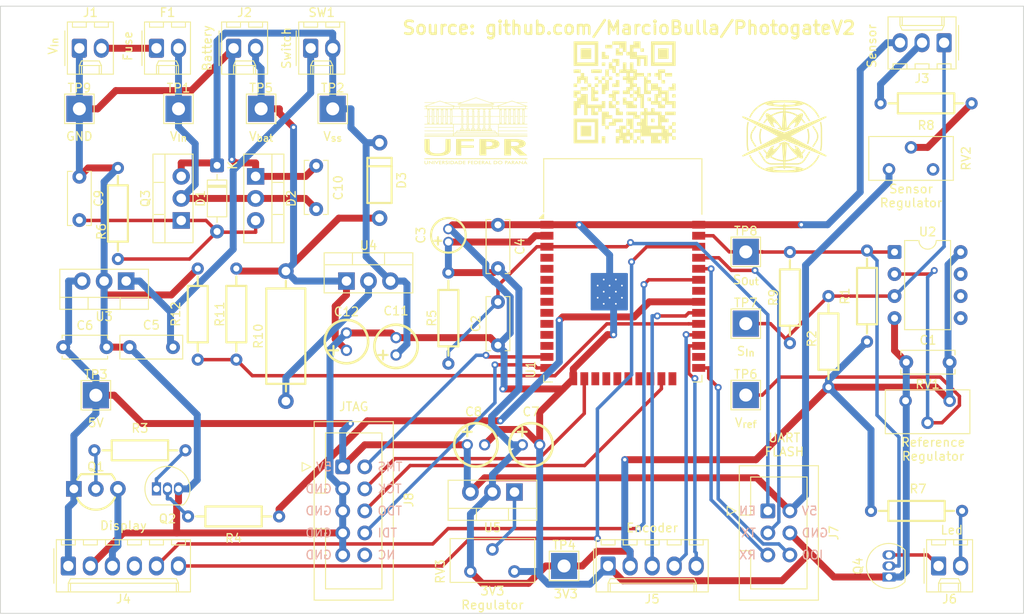
<source format=kicad_pcb>
(kicad_pcb (version 20241229) (generator "pcbnew") (generator_version "9.0")
  (title_block (title "Photogate V2") (rev "1.0"))
  (layers (0 "F.Cu" signal) (2 "B.Cu" signal) (13 "F.Paste" user) (15 "B.Paste" user) (5 "F.SilkS" user "F.Silkscreen") (7 "B.SilkS" user "B.Silkscreen") (1 "F.Mask" user) (3 "B.Mask" user) (25 "Edge.Cuts" user))
  (net 0 "")
  (net 1 "/SENSOR")
  (net 2 "GND")
  (net 3 "/EN")
  (net 4 "VSS")
  (net 5 "+3V3")
  (net 6 "+5V")
  (net 7 "Net-(D1-A)")
  (net 8 "Net-(D2-A)")
  (net 9 "VDC")
  (net 10 "/TX")
  (net 11 "/RX")
  (net 12 "/IO0")
  (net 13 "/TMS")
  (net 14 "/TCK")
  (net 15 "/TDO")
  (net 16 "/TDI")
  (net 17 "Net-(J6-Pin_1)")
  (net 18 "Net-(J3-Pin_2)")
  (net 19 "/SDA")
  (net 20 "/SCL")
  (net 21 "/PWM_5V")
  (net 22 "/SW")
  (net 23 "/DT")
  (net 24 "/CLK")
  (net 25 "/PH_K")
  (net 26 "Net-(J6-Pin_2)")
  (net 27 "Net-(Q1-B)")
  (net 28 "Net-(Q2-B)")
  (net 29 "Net-(Q2-C)")
  (net 30 "/PWM_3V3")
  (net 31 "+8V4")
  (net 32 "VDD")
  (net 33 "Net-(R8-Pad2)")
  (net 34 "Net-(U2A--)")
  (net 36 "Net-(U5-ADJ)")
  (net 37 "Net-(D3-A)")
  (net 47 "/V_bat")
  (footprint "Connector_Molex:Molex_KK-254_AE-6410-02A_1x02_P2.54mm_Vertical" (layer "F.Cu") (at 104.14 69.85)
    (property "Reference" "J1")
    (property "Value" "Conn_01x02")
  )
  (footprint "easyeda2kicad:RES-TH_BD2.3-L6.5-P10.50-D0.5" (layer "F.Cu") (at 200.66 123.19)
    (property "Reference" "R7")
    (property "Value" "10k")
  )
  (footprint "Connector_IDC:IDC-Header_2x03_P2.54mm_Vertical" (layer "F.Cu") (at 183.515 123.19)
    (property "Reference" "J7")
    (property "Value" "Conn_02x03_Odd_Even")
  )
  (footprint "Potentiometer_THT:Potentiometer_Bourns_3386X_Horizontal" (layer "F.Cu") (at 197.485 83.82 90)
    (property "Reference" "RV2")
    (property "Value" "1k")
  )
  (footprint "easyeda2kicad:CAP-TH_BD5.0-P2.00-D0.8-FD" (layer "F.Cu") (at 140.65 104.215 90)
    (property "Reference" "C11")
    (property "Value" "10uF")
  )
  (footprint "easyeda2kicad:DO-41_BD2.4-L4.7-P8.70-D0.9-RD" (layer "F.Cu") (at 138.745 85.09 -90)
    (property "Reference" "D3")
    (property "Value" "1N4001")
  )
  (footprint "Capacitor_THT:C_Disc_D6.0mm_W2.5mm_P5.00mm" (layer "F.Cu") (at 204.475 106.045 180)
    (property "Reference" "C1")
    (property "Value" "100nF")
  )
  (footprint "Package_TO_SOT_THT:TO-220-3_Vertical" (layer "F.Cu") (at 154.305 121.015 180)
    (property "Reference" "U5")
    (property "Value" "LM1117DT-ADJ")
  )
  (footprint "TestPoint:TestPoint_THTPad_3.0x3.0mm_Drill1.5mm" (layer "F.Cu") (at 133.35 76.835)
    (property "Reference" "TP2")
    (property "Value" "TestPoint_Probe")
  )
  (footprint "Capacitor_THT:C_Disc_D6.0mm_W2.5mm_P5.00mm" (layer "F.Cu") (at 104.14 89.665 90)
    (property "Reference" "C9")
    (property "Value" "100nF")
  )
  (footprint "Connector_Molex:Molex_KK-254_AE-6410-02A_1x02_P2.54mm_Vertical" (layer "F.Cu") (at 113.03 69.85)
    (property "Reference" "F1")
    (property "Value" "300mA")
  )
  (footprint "TestPoint:TestPoint_THTPad_3.0x3.0mm_Drill1.5mm" (layer "F.Cu") (at 104.14 76.835)
    (property "Reference" "TP9")
    (property "Value" "TestPoint_Probe")
  )
  (footprint "Capacitor_THT:C_Rect_L7.0mm_W2.5mm_P5.00mm" (layer "F.Cu") (at 114.935 104.31 180)
    (property "Reference" "C5")
    (property "Value" "220nF")
  )
  (footprint "easyeda2kicad:RES-TH_BD2.3-L6.5-P10.50-D0.5" (layer "F.Cu") (at 194.95 98.425 90)
    (property "Reference" "R1")
    (property "Value" "10k")
  )
  (footprint "easyeda2kicad:CAP-TH_BD5.0-P2.00-D0.8-FD" (layer "F.Cu") (at 149.86 115.57)
    (property "Reference" "C8")
    (property "Value" "10uF")
  )
  (footprint "TestPoint:TestPoint_THTPad_3.0x3.0mm_Drill1.5mm" (layer "F.Cu") (at 106.045 109.855)
    (property "Reference" "TP3")
    (property "Value" "TestPoint_Probe")
  )
  (footprint "LOGO" (layer "F.Cu") (at 167.005 74.93)
    (property "Reference" "QRcode git" (hide yes))
    (property "Value" "LOGO3" (hide yes))
  )
  (footprint "Connector_Molex:Molex_KK-254_AE-6410-06A_1x06_P2.54mm_Vertical" (layer "F.Cu") (at 102.87 129.54)
    (property "Reference" "J4")
    (property "Value" "Conn_01x06")
  )
  (footprint "Package_TO_SOT_THT:TO-220-3_Vertical" (layer "F.Cu") (at 115.885 89.705 90)
    (property "Reference" "Q3")
    (property "Value" "IRF4905")
  )
  (footprint "Package_TO_SOT_THT:TO-220-3_Vertical" (layer "F.Cu") (at 124.46 84.625 -90)
    (property "Reference" "D2")
    (property "Value" "TIC106")
  )
  (footprint "easyeda2kicad:RES-TH_BD2.3-L6.5-P10.50-D0.5" (layer "F.Cu") (at 111.125 116.205 180)
    (property "Reference" "R3")
    (property "Value" "1k")
  )
  (footprint "Capacitor_THT:C_Disc_D6.0mm_W2.5mm_P5.00mm" (layer "F.Cu") (at 131.445 88.395 90)
    (property "Reference" "C10")
    (property "Value" "100nF")
  )
  (footprint "TestPoint:TestPoint_THTPad_3.0x3.0mm_Drill1.5mm" (layer "F.Cu") (at 180.975 109.835)
    (property "Reference" "TP6")
    (property "Value" "TestPoint_Probe")
  )
  (footprint "Connector_Molex:Molex_KK-254_AE-6410-02A_1x02_P2.54mm_Vertical" (layer "F.Cu") (at 121.92 69.85)
    (property "Reference" "J2")
    (property "Value" "Conn_01x02")
  )
  (footprint "Connector_Molex:Molex_KK-254_AE-6410-02A_1x02_P2.54mm_Vertical" (layer "F.Cu") (at 203.2 129.54)
    (property "Reference" "J6")
    (property "Value" "Conn_01x02")
  )
  (footprint "easyeda2kicad:CAP-TH_BD5.0-P2.00-D0.8-FD" (layer "F.Cu") (at 134.935 103.675 90)
    (property "Reference" "C12")
    (property "Value" "100uF")
  )
  (footprint "easyeda2kicad:RES-TH_BD2.3-L6.5-P10.50-D0.5" (layer "F.Cu") (at 186.06 98.595 90)
    (property "Reference" "R9")
    (property "Value" "51k")
  )
  (footprint "Package_TO_SOT_THT:TO-220-3_Vertical" (layer "F.Cu") (at 134.935 96.69)
    (property "Reference" "U4")
    (property "Value" "LM1117DT-ADJ")
  )
  (footprint "Connector_Molex:Molex_KK-254_AE-6410-02A_1x02_P2.54mm_Vertical" (layer "F.Cu") (at 130.81 69.85)
    (property "Reference" "SW1")
    (property "Value" "Switch")
  )
  (footprint "TestPoint:TestPoint_THTPad_3.0x3.0mm_Drill1.5mm" (layer "F.Cu") (at 115.57 76.835)
    (property "Reference" "TP1")
    (property "Value" "TestPoint_Probe")
  )
  (footprint "Package_TO_SOT_THT:TO-92_Inline" (layer "F.Cu") (at 113.03 120.65)
    (property "Reference" "Q2")
    (property "Value" "2n2222")
  )
  (footprint "Capacitor_THT:C_Disc_D6.0mm_W2.5mm_P5.00mm" (layer "F.Cu") (at 152.4 95.21 90)
    (property "Reference" "C4")
    (property "Value" "100nF")
  )
  (footprint "easyeda2kicad:RES-TH_BD2.3-L6.5-P10.50-D0.5" (layer "F.Cu") (at 117.79 100.5 90)
    (property "Reference" "R12")
    (property "Value" "6k8")
  )
  (footprint "easyeda2kicad:CAP-TH_BD5.0-P2.00-D0.8-FD" (layer "F.Cu") (at 156.21 115.57)
    (property "Reference" "C7")
    (property "Value" "100uF")
  )
  (footprint "easyeda2kicad:RES-TH_BD4.5-L11.0-P15.00-D0.7" (layer "F.Cu") (at 127.95 103.04 -90)
    (property "Reference" "R10")
    (property "Value" "12")
  )
  (footprint "TestPoint:TestPoint_THTPad_3.0x3.0mm_Drill1.5mm" (layer "F.Cu") (at 125.095 76.835)
    (property "Reference" "TP5")
    (property "Value" "TestPoint_Probe")
  )
  (footprint "easyeda2kicad:RES-TH_BD2.3-L6.5-P10.50-D0.5" (layer "F.Cu") (at 122.235 100.5 -90)
    (property "Reference" "R11")
    (property "Value" "20k")
  )
  (footprint "easyeda2kicad:RES-TH_BD2.3-L6.5-P10.50-D0.5" (layer "F.Cu") (at 201.76 76.2)
    (property "Reference" "R8")
    (property "Value" "150")
  )
  (footprint "easyeda2kicad:RES-TH_BD2.3-L6.5-P10.50-D0.5" (layer "F.Cu") (at 146.685 100.965 -90)
    (property "Reference" "R5")
    (property "Value" "10k")
  )
  (footprint "easyeda2kicad:CAP-TH_BD4.0-P1.50-D0.8-FD" (layer "F.Cu") (at 146.685 91.44 90)
    (property "Reference" "C3")
    (property "Value" "22uF")
  )
  (footprint "Capacitor_THT:C_Disc_D6.0mm_W2.5mm_P5.00mm" (layer "F.Cu") (at 152.4 99.1 -90)
    (property "Reference" "C2")
    (property "Value" "100nF")
  )
  (footprint "Capacitor_THT:C_Disc_D5.0mm_W2.5mm_P5.00mm" (layer "F.Cu") (at 102.275 104.31)
    (property "Reference" "C6")
    (property "Value" "100nF")
  )
  (footprint "Package_TO_SOT_THT:TO-92_Inline" (layer "F.Cu") (at 197.485 130.81 90)
    (property "Reference" "Q4")
    (property "Value" "2N7000")
  )
  (footprint "Potentiometer_THT:Potentiometer_Bourns_3386X_Horizontal" (layer "F.Cu") (at 149.225 130.175 90)
    (property "Reference" "RV3")
    (property "Value" "1k")
  )
  (footprint "easyeda2kicad:TO-92-3_L4.8-W3.7-P2.54-R" (layer "F.Cu") (at 106.045 120.65 180)
    (property "Reference" "Q1")
    (property "Value" "2N2907")
  )
  (footprint "Package_DIP:DIP-8_W7.62mm" (layer "F.Cu") (at 198.125 93.345)
    (property "Reference" "U2")
    (property "Value" "LM393")
  )
  (footprint "TestPoint:TestPoint_THTPad_3.0x3.0mm_Drill1.5mm" (layer "F.Cu") (at 180.975 93.325)
    (property "Reference" "TP8")
    (property "Value" "TestPoint_Probe")
  )
  (footprint "Package_TO_SOT_THT:TO-220-3_Vertical" (layer "F.Cu") (at 109.535 96.69 180)
    (property "Reference" "U3")
    (property "Value" "LM7805_TO220")
  )
  (footprint "Connector_Molex:Molex_KK-254_AE-6410-05A_1x05_P2.54mm_Vertical" (layer "F.Cu") (at 165.1 129.54)
    (property "Reference" "J5")
    (property "Value" "Conn_01x05")
  )
  (footprint "Diode_THT:D_DO-35_SOD27_P7.62mm_Horizontal" (layer "F.Cu") (at 120.015 83.355 -90)
    (property "Reference" "D1")
    (property "Value" "13V")
  )
  (footprint "RF_Module:ESP32-WROOM-32D" (layer "F.Cu") (at 166.795 98.445)
    (property "Reference" "U1")
    (property "Value" "ESP32-WROOM-32D")
  )
  (footprint "TestPoint:TestPoint_THTPad_3.0x3.0mm_Drill1.5mm" (layer "F.Cu") (at 160.02 129.54)
    (property "Reference" "TP4")
    (property "Value" "TestPoint_Probe")
  )
  (footprint "easyeda2kicad:RES-TH_BD2.3-L6.5-P10.50-D0.5" (layer "F.Cu") (at 108.585 88.9 90)
    (property "Reference" "R6")
    (property "Value" "1k")
  )
  (footprint "easyeda2kicad:RES-TH_BD2.3-L6.5-P10.50-D0.5" (layer "F.Cu") (at 190.505 103.675 90)
    (property "Reference" "R2")
    (property "Value" "10k")
  )
  (footprint "Connector_Molex:Molex_KK-254_AE-6410-03A_1x03_P2.54mm_Vertical" (layer "F.Cu") (at 203.835 69.215 180)
    (property "Reference" "J3")
    (property "Value" "Conn_01x03")
  )
  (footprint "Connector_IDC:IDC-Header_2x05_P2.54mm_Vertical" (layer "F.Cu") (at 134.5025 118.11)
    (property "Reference" "J8")
    (property "Value" "Conn_02x05_Odd_Even")
  )
  (footprint "Potentiometer_THT:Potentiometer_Bourns_3386X_Horizontal" (layer "F.Cu") (at 204.475 110.49 -90)
    (property "Reference" "RV1")
    (property "Value" "10k")
  )
  (footprint "LOGO" (layer "F.Cu") (at 185.42 80.01)
    (property "Reference" "logo2" (hide yes))
    (property "Value" "Lorxi" (hide yes))
  )
  (footprint "TestPoint:TestPoint_THTPad_3.0x3.0mm_Drill1.5mm" (layer "F.Cu") (at 180.975 101.6)
    (property "Reference" "TP7")
    (property "Value" "TestPoint_Probe")
  )
  (footprint "easyeda2kicad:RES-TH_BD2.3-L6.5-P10.50-D0.5" (layer "F.Cu") (at 121.92 123.825 180)
    (property "Reference" "R4")
    (property "Value" "1k")
  )
  (footprint "LOGO" (layer "F.Cu") (at 149.86 79.375)
    (property "Reference" "logo1" (hide yes))
    (property "Value" "UFPR" (hide yes))
  )
  (gr_rect (start 95.04 65) (end 213 135) (stroke (width 0.1)) (fill no) (layer "Edge.Cuts"))
  (gr_text "Reference\nRegulator" (at 202.57 117.475 0) (layer "F.SilkS") (effects (font (size 1 1)) (justify bottom)))
  (gr_text "5V" (at 106.045 113.03 0) (layer "F.SilkS") (effects (font (size 1 1))))
  (gr_text "V_{ref}" (at 180.975 113.01 0) (layer "F.SilkS") (effects (font (size 1 1))))
  (gr_text "S_{Out}" (at 180.975 96.54 0) (layer "F.SilkS") (effects (font (size 1 1))))
  (gr_text "V_{In}" (at 115.57 80.01 0) (layer "F.SilkS") (effects (font (size 1 1))))
  (gr_text "Display" (at 109.22 125.476 0) (layer "F.SilkS") (effects (font (size 1 1)) (justify bottom)))
  (gr_text "GND" (at 104.14 80.01 0) (layer "F.SilkS") (effects (font (size 1 1))))
  (gr_text "Sensor\nRegulator" (at 200.025 88.265 0) (layer "F.SilkS") (effects (font (size 1 1)) (justify bottom)))
  (gr_text "V_{bat}" (at 125.095 80.01 0) (layer "F.SilkS") (effects (font (size 1 1))))
  (gr_text "Fuse" (at 109.728 69.596 90) (layer "F.SilkS") (effects (font (size 1 1))))
  (gr_text "Sensor" (at 196.088 69.596 90) (layer "F.SilkS") (effects (font (size 1 1)) (justify bottom)))
  (gr_text "Switch" (at 128.016 69.83 90) (layer "F.SilkS") (effects (font (size 1 1))))
  (gr_text "Battery" (at 118.872 69.83 90) (layer "F.SilkS") (effects (font (size 1 1))))
  (gr_text "V_{ss}" (at 133.35 80.01 0) (layer "F.SilkS") (effects (font (size 1 1))))
  (gr_text "V_{In}" (at 101.092 69.596 90) (layer "F.SilkS") (effects (font (size 1 1))))
  (gr_text "JTAG" (at 135.7725 111.76 0) (layer "F.SilkS") (effects (font (size 1 1)) (justify bottom)))
  (gr_text "UART\nFLASH" (at 185.42 115.57 0) (layer "F.SilkS") (effects (font (size 1 1))))
  (gr_text "Source: github.com/MarcioBulla/PhotogateV2" (at 167.5 67.5 0) (layer "F.SilkS") (effects (font (size 1.5 1.5) (thickness 0.3) (bold yes))))
  (gr_text "3V3\nRegulator" (at 151.765 134.62 0) (layer "F.SilkS") (effects (font (size 1 1)) (justify bottom)))
  (gr_text "Encoder" (at 170.18 125.73 0) (layer "F.SilkS") (effects (font (size 1 1)) (justify bottom)))
  (gr_text "3V3" (at 158.75 133.35 0) (layer "F.SilkS") (effects (font (size 1 1)) (justify left bottom)))
  (gr_text "Led" (at 204.724 125.984 0) (layer "F.SilkS") (effects (font (size 1 1)) (justify bottom)))
  (gr_text "S_{In}" (at 180.975 104.775 0) (layer "F.SilkS") (effects (font (size 1 1))))
  (gr_text "TMS" (at 138.43 118.11 0) (layer "B.SilkS") (effects (font (size 1 1)) (justify right mirror)))
  (gr_text "EN" (at 182.245 123.19 0) (layer "B.SilkS") (effects (font (size 1 1)) (justify left mirror)))
  (gr_text "5V" (at 133.35 118.11 0) (layer "B.SilkS") (effects (font (size 1 1)) (justify left mirror)))
  (gr_text "GND" (at 133.35 120.65 0) (layer "B.SilkS") (effects (font (size 1 1)) (justify left mirror)))
  (gr_text "GND" (at 187.325 125.73 0) (layer "B.SilkS") (effects (font (size 1 1)) (justify right mirror)))
  (gr_text "RX" (at 182.245 128.27 0) (layer "B.SilkS") (effects (font (size 1 1)) (justify left mirror)))
  (gr_text "TCK" (at 138.43 120.65 0) (layer "B.SilkS") (effects (font (size 1 1)) (justify right mirror)))
  (gr_text "TDI" (at 138.43 125.73 0) (layer "B.SilkS") (effects (font (size 1 1)) (justify right mirror)))
  (gr_text "GND" (at 133.35 128.27 0) (layer "B.SilkS") (effects (font (size 1 1)) (justify left mirror)))
  (gr_text "5V" (at 187.325 123.19 0) (layer "B.SilkS") (effects (font (size 1 1)) (justify right mirror)))
  (gr_text "TX" (at 182.245 125.73 0) (layer "B.SilkS") (effects (font (size 1 1)) (justify left mirror)))
  (gr_text "GND" (at 133.35 123.19 0) (layer "B.SilkS") (effects (font (size 1 1)) (justify left mirror)))
  (gr_text "NC" (at 138.43 128.27 0) (layer "B.SilkS") (effects (font (size 1 1)) (justify right mirror)))
  (gr_text "GND" (at 133.35 125.73 0) (layer "B.SilkS") (effects (font (size 1 1)) (justify left mirror)))
  (gr_text "TDO" (at 138.43 123.19 0) (layer "B.SilkS") (effects (font (size 1 1)) (justify right mirror)))
  (gr_text "IO0" (at 187.325 128.27 0) (layer "B.SilkS") (effects (font (size 1 1)) (justify right mirror)))
  (segment (start 177.2133 91.465) (end 179.0733 93.325) (width 0.4) (layer "F.Cu") (net 1))
  (segment (start 180.975 93.325) (end 179.0733 93.325) (width 0.4) (layer "F.Cu") (net 1))
  (segment (start 175.545 91.465) (end 177.2133 91.465) (width 0.4) (layer "F.Cu") (net 1))
  (segment (start 180.975 93.325) (end 182.8767 93.325) (width 0.4) (layer "F.Cu") (net 1))
  (segment (start 198.125 93.345) (end 195.12 93.345) (width 0.4) (layer "F.Cu") (net 1))
  (segment (start 182.8967 93.345) (end 186.06 93.345) (width 0.4) (layer "F.Cu") (net 1))
  (segment (start 186.06 93.345) (end 194.78 93.345) (width 0.4) (layer "F.Cu") (net 1))
  (segment (start 195.12 93.345) (end 194.95 93.175) (width 0.4) (layer "F.Cu") (net 1))
  (segment (start 182.8767 93.325) (end 182.8967 93.345) (width 0.4) (layer "F.Cu") (net 1))
  (segment (start 194.78 93.345) (end 194.95 93.175) (width 0.4) (layer "F.Cu") (net 1))
  (segment (start 196.1041 94.3291) (end 194.95 93.175) (width 0.4) (layer "B.Cu") (net 1))
  (segment (start 196.1041 112.1511) (end 196.1041 94.3291) (width 0.4) (layer "B.Cu") (net 1))
  (segment (start 198.6367 114.6837) (end 196.1041 112.1511) (width 0.4) (layer "B.Cu") (net 1))
  (segment (start 198.6367 129.54) (end 198.6367 114.6837) (width 0.4) (layer "B.Cu") (net 1))
  (segment (start 197.485 129.54) (end 198.6367 129.54) (width 0.4) (layer "B.Cu") (net 1))
  (segment (start 157.21 115.57) (end 157.21 111.83) (width 0.8) (layer "F.Cu") (net 2))
  (segment (start 175.545 90.195) (end 158.045 90.195) (width 0.8) (layer "F.Cu") (net 2))
  (segment (start 161.085 107.955) (end 161.085 106.823) (width 0.8) (layer "F.Cu") (net 2))
  (segment (start 121.92 69.85) (end 117.0367 74.7333) (width 0.8) (layer "F.Cu") (net 2))
  (segment (start 122.1174 83.0708) (end 121.7171 82.6705) (width 0.8) (layer "F.Cu") (net 2))
  (segment (start 115.3561 122.3552) (end 115.57 122.1413) (width 0.8) (layer "F.Cu") (net 2))
  (segment (start 117.0367 74.7333) (end 108.3434 74.7333) (width 0.8) (layer "F.Cu") (net 2))
  (segment (start 134.935 102.675) (end 140.11 102.675) (width 0.8) (layer "F.Cu") (net 2))
  (segment (start 124.46 84.625) (end 130.215 84.625) (width 0.8) (layer "F.Cu") (net 2))
  (segment (start 115.57 122.1413) (end 115.57 120.65) (width 0.8) (layer "F.Cu") (net 2))
  (segment (start 108.585 83.65) (end 105.155 83.65) (width 0.8) (layer "F.Cu") (net 2))
  (segment (start 104.14 76.835) (end 106.2417 76.835) (width 0.8) (layer "F.Cu") (net 2))
  (segment (start 199.475 106.045) (end 198.125 104.695) (width 0.8) (layer "F.Cu") (net 2))
  (segment (start 115.3561 125.73) (end 134.5025 125.73) (width 0.8) (layer "F.Cu") (net 2))
  (segment (start 161.085 106.823) (end 165.038 102.87) (width 0.8) (layer "F.Cu") (net 2))
  (segment (start 105.155 83.65) (end 104.14 84.665) (width 0.8) (layer "F.Cu") (net 2))
  (segment (start 105.41 129.54) (end 109.22 125.73) (width 0.8) (layer "F.Cu") (net 2))
  (segment (start 152.9607 109.1277) (end 159.9123 109.1277) (width 0.8) (layer "F.Cu") (net 2))
  (segment (start 115.3561 125.73) (end 115.3561 122.3552) (width 0.8) (layer "F.Cu") (net 2))
  (segment (start 106.995 96.69) (end 106.995 98.2917) (width 0.8) (layer "F.Cu") (net 2))
  (segment (start 117.79 95.25) (end 114.7483 98.2917) (width 0.8) (layer "F.Cu") (net 2))
  (segment (start 124.46 83.0708) (end 122.1174 83.0708) (width 0.8) (layer "F.Cu") (net 2))
  (segment (start 151.515 103.215) (end 140.65 103.215) (width 0.8) (layer "F.Cu") (net 2))
  (segment (start 165.038 102.87) (end 165.735 102.87) (width 0.8) (layer "F.Cu") (net 2))
  (segment (start 108.3434 74.7333) (end 106.2417 76.835) (width 0.8) (layer "F.Cu") (net 2))
  (segment (start 188.3569 128.0319) (end 191.135 130.81) (width 0.8) (layer "F.Cu") (net 2))
  (segment (start 124.46 84.625) (end 124.46 83.0708) (width 0.8) (layer "F.Cu") (net 2))
  (segment (start 140.11 102.675) (end 140.65 103.215) (width 0.8) (layer "F.Cu") (net 2))
  (segment (start 152.415 90.195) (end 152.4 90.21) (width 0.8) (layer "F.Cu") (net 2))
  (segment (start 147.165 90.21) (end 146.685 90.69) (width 0.8) (layer "F.Cu") (net 2))
  (segment (start 157.21 111.83) (end 161.085 107.955) (width 0.8) (layer "F.Cu") (net 2))
  (segment (start 109.22 125.73) (end 115.3561 125.73) (width 0.8) (layer "F.Cu") (net 2))
  (segment (start 187.3794 90.195) (end 175.545 90.195) (width 0.8) (layer "F.Cu") (net 2))
  (segment (start 130.215 84.625) (end 131.445 83.395) (width 0.8) (layer "F.Cu") (net 2))
  (segment (start 152.6283 113.8017) (end 150.86 115.57) (width 0.8) (layer "F.Cu") (net 2))
  (segment (start 157.21 115.57) (end 155.4417 113.8017) (width 0.8) (layer "F.Cu") (net 2))
  (segment (start 191.135 130.81) (end 197.485 130.81) (width 0.8) (layer "F.Cu") (net 2))
  (segment (start 185.1512 131.2376) (end 166.7976 131.2376) (width 0.8) (layer "F.Cu") (net 2))
  (segment (start 158.045 90.195) (end 152.415 90.195) (width 0.8) (layer "F.Cu") (net 2))
  (segment (start 155.4417 113.8017) (end 152.6283 113.8017) (width 0.8) (layer "F.Cu") (net 2))
  (segment (start 166.7976 131.2376) (end 165.1 129.54) (width 0.8) (layer "F.Cu") (net 2))
  (segment (start 198.125 104.695) (end 198.125 100.965) (width 0.8) (layer "F.Cu") (net 2))
  (segment (start 188.3569 128.0319) (end 185.1512 131.2376) (width 0.8) (layer "F.Cu") (net 2))
  (segment (start 152.4 104.1) (end 151.515 103.215) (width 0.8) (layer "F.Cu") (net 2))
  (segment (start 186.055 125.73) (end 188.3569 128.0319) (width 0.8) (layer "F.Cu") (net 2))
  (segment (start 107.275 104.31) (end 109.935 104.31) (width 0.8) (layer "F.Cu") (net 2))
  (segment (start 152.4 90.21) (end 147.165 90.21) (width 0.8) (layer "F.Cu") (net 2))
  (segment (start 114.7483 98.2917) (end 106.995 98.2917) (width 0.8) (layer "F.Cu") (net 2))
  (via (at 161.7726 90.195) (size 0.8) (drill 0.4) (layers "F.Cu" "B.Cu") (net 2))
  (via (at 165.735 102.87) (size 0.8) (drill 0.4) (layers "F.Cu" "B.Cu") (net 2))
  (via (at 121.7171 82.6705) (size 0.8) (drill 0.4) (layers "F.Cu" "B.Cu") (net 2))
  (via (at 187.3794 90.195) (size 0.8) (drill 0.4) (layers "F.Cu" "B.Cu") (net 2))
  (via (at 152.9607 109.1277) (size 0.8) (drill 0.4) (layers "F.Cu" "B.Cu") (net 2))
  (segment (start 153.1065 108.9819) (end 152.9607 109.1277) (width 0.8) (layer "B.Cu") (net 2))
  (segment (start 152.0836 96.8012) (end 153.812 98.5296) (width 0.8) (layer "B.Cu") (net 2))
  (segment (start 157.21 130.175) (end 154.305 130.175) (width 0.8) (layer "B.Cu") (net 2))
  (segment (start 194.1665 86.4314) (end 190.4029 90.195) (width 0.8) (layer "B.Cu") (net 2))
  (segment (start 161.7726 90.195) (end 165.2778 93.7002) (width 0.8) (layer "B.Cu") (net 2))
  (segment (start 106.995 96.69) (end 106.995 85.24) (width 0.8) (layer "B.Cu") (net 2))
  (segment (start 194.1665 72.3318) (end 194.1665 86.4314) (width 0.8) (layer "B.Cu") (net 2))
  (segment (start 199.475 109.1368) (end 199.475 106.045) (width 0.8) (layer "B.Cu") (net 2))
  (segment (start 153.812 98.5296) (end 153.812 102.688) (width 0.8) (layer "B.Cu") (net 2))
  (segment (start 109.935 104.31) (end 117.732 112.107) (width 0.8) (layer "B.Cu") (net 2))
  (segment (start 107.275 104.31) (end 106.995 104.03) (width 0.8) (layer "B.Cu") (net 2))
  (segment (start 157.21 130.175) (end 157.21 115.57) (width 0.8) (layer "B.Cu") (net 2))
  (segment (start 146.685 90.69) (end 146.9285 90.69) (width 0.8) (layer "B.Cu") (net 2))
  (segment (start 153.812 102.688) (end 152.4 104.1) (width 0.8) (layer "B.Cu") (net 2))
  (segment (start 134.5025 120.65) (end 133.0388 119.1863) (width 0.8) (layer "B.Cu") (net 2))
  (segment (start 117.732 112.107) (end 117.732 119.6147) (width 0.8) (layer "B.Cu") (net 2))
  (segment (start 133.0388 119.1863) (end 133.0388 104.5712) (width 0.8) (layer "B.Cu") (net 2))
  (segment (start 121.7171 70.0529) (end 121.92 69.85) (width 0.8) (layer "B.Cu") (net 2))
  (segment (start 197.485 130.81) (end 198.8367 130.81) (width 0.8) (layer "B.Cu") (net 2))
  (segment (start 158.2075 131.6417) (end 157.21 130.6442) (width 0.8) (layer "B.Cu") (net 2))
  (segment (start 104.14 69.85) (end 104.14 76.835) (width 0.8) (layer "B.Cu") (net 2))
  (segment (start 198.755 69.215) (end 197.2833 69.215) (width 0.8) (layer "B.Cu") (net 2))
  (segment (start 134.5025 120.65) (end 134.5025 123.19) (width 0.8) (layer "B.Cu") (net 2))
  (segment (start 121.7171 82.6705) (end 121.7171 70.0529) (width 0.8) (layer "B.Cu") (net 2))
  (segment (start 165.2778 93.7002) (end 165.2778 96.52) (width 0.8) (layer "B.Cu") (net 2))
  (segment (start 134.5025 123.19) (end 134.5025 125.73) (width 0.8) (layer "B.Cu") (net 2))
  (segment (start 151.9885 96.8012) (end 152.0836 96.8012) (width 0.8) (layer "B.Cu") (net 2))
  (segment (start 133.0388 104.5712) (end 134.935 102.675) (width 0.8) (layer "B.Cu") (net 2))
  (segment (start 146.9285 90.69) (end 150.9983 94.7598) (width 0.8) (layer "B.Cu") (net 2))
  (segment (start 150.9983 94.7598) (end 150.9983 95.811) (width 0.8) (layer "B.Cu") (net 2))
  (segment (start 165.1 129.54) (end 162.9983 131.6417) (width 0.8) (layer "B.Cu") (net 2))
  (segment (start 117.732 119.6147) (end 116.6967 120.65) (width 0.8) (layer "B.Cu") (net 2))
  (segment (start 134.5025 125.73) (end 134.5025 128.27) (width 0.8) (layer "B.Cu") (net 2))
  (segment (start 199.395 110.49) (end 199.475 110.41) (width 0.8) (layer "B.Cu") (net 2))
  (segment (start 104.14 84.665) (end 104.14 76.835) (width 0.8) (layer "B.Cu") (net 2))
  (segment (start 153.1065 104.8065) (end 153.1065 108.9819) (width 0.8) (layer "B.Cu") (net 2))
  (segment (start 106.995 85.24) (end 108.585 83.65) (width 0.8) (layer "B.Cu") (net 2))
  (segment (start 199.475 109.1368) (end 199.475 130.1717) (width 0.8) (layer "B.Cu") (net 2))
  (segment (start 199.475 130.1717) (end 198.8367 130.81) (width 0.8) (layer "B.Cu") (net 2))
  (segment (start 152.4 104.1) (end 153.1065 104.8065) (width 0.8) (layer "B.Cu") (net 2))
  (segment (start 190.4029 90.195) (end 187.3794 90.195) (width 0.8) (layer "B.Cu") (net 2))
  (segment (start 157.21 130.6442) (end 157.21 130.175) (width 0.8) (layer "B.Cu") (net 2))
  (segment (start 199.475 110.41) (end 199.475 109.1368) (width 0.8) (layer "B.Cu") (net 2))
  (segment (start 150.9983 95.811) (end 151.9885 96.8012) (width 0.8) (layer "B.Cu") (net 2))
  (segment (start 115.57 120.65) (end 116.6967 120.65) (width 0.8) (layer "B.Cu") (net 2))
  (segment (start 197.2833 69.215) (end 194.1665 72.3318) (width 0.8) (layer "B.Cu") (net 2))
  (segment (start 162.9983 131.6417) (end 158.2075 131.6417) (width 0.8) (layer "B.Cu") (net 2))
  (segment (start 106.995 104.03) (end 106.995 96.69) (width 0.8) (layer "B.Cu") (net 2))
  (segment (start 165.735 102.87) (end 165.735 99.8474) (width 0.8) (layer "B.Cu") (net 2))
  (segment (start 152.4 97.2283) (end 156.8933 92.735) (width 0.4) (layer "F.Cu") (net 3))
  (segment (start 158.045 92.735) (end 167.191 92.735) (width 0.4) (layer "F.Cu") (net 3))
  (segment (start 158.045 92.735) (end 156.8933 92.735) (width 0.4) (layer "F.Cu") (net 3))
  (segment (start 167.191 92.735) (end 167.6823 92.2437) (width 0.4) (layer "F.Cu") (net 3))
  (segment (start 152.4 99.1) (end 152.4 97.2283) (width 0.4) (layer "F.Cu") (net 3))
  (via (at 167.6823 92.2437) (size 0.8) (drill 0.4) (layers "F.Cu" "B.Cu") (net 3))
  (segment (start 175.3109 92.3675) (end 167.806 92.3675) (width 0.4) (layer "B.Cu") (net 3))
  (segment (start 146.685 104.815) (end 146.685 106.215) (width 0.4) (layer "B.Cu") (net 3))
  (segment (start 167.806 92.3675) (end 167.806 92.3674) (width 0.4) (layer "B.Cu") (net 3))
  (segment (start 183.515 100.5716) (end 175.3109 92.3675) (width 0.4) (layer "B.Cu") (net 3))
  (segment (start 152.4 99.1) (end 146.685 104.815) (width 0.4) (layer "B.Cu") (net 3))
  (segment (start 183.515 123.19) (end 183.515 100.5716) (width 0.4) (layer "B.Cu") (net 3))
  (segment (start 167.806 92.3674) (end 167.6823 92.2437) (width 0.4) (layer "B.Cu") (net 3))
  (segment (start 120.015 83.355) (end 119.7308 83.0708) (width 0.8) (layer "F.Cu") (net 4))
  (segment (start 115.885 84.625) (end 115.885 83.0708) (width 0.8) (layer "F.Cu") (net 4))
  (segment (start 119.7308 83.0708) (end 115.885 83.0708) (width 0.8) (layer "F.Cu") (net 4))
  (segment (start 133.35 68.1533) (end 133.3031 68.1064) (width 0.8) (layer "B.Cu") (net 4))
  (segment (start 138.745 80.74) (end 137.2013 80.74) (width 0.8) (layer "B.Cu") (net 4))
  (segment (start 120.9433 68.1064) (end 120.015 69.0347) (width 0.8) (layer "B.Cu") (net 4))
  (segment (start 120.015 69.0347) (end 120.015 83.355) (width 0.8) (layer "B.Cu") (net 4))
  (segment (start 137.2013 80.74) (end 137.2013 93.8763) (width 0.8) (layer "B.Cu") (net 4))
  (segment (start 137.2013 93.8763) (end 140.015 96.69) (width 0.8) (layer "B.Cu") (net 4))
  (segment (start 133.3031 68.1064) (end 120.9433 68.1064) (width 0.8) (layer "B.Cu") (net 4))
  (segment (start 141.9084 103.9566) (end 140.65 105.215) (width 0.8) (layer "B.Cu") (net 4))
  (segment (start 141.9084 97.0292) (end 141.9084 103.9566) (width 0.8) (layer "B.Cu") (net 4))
  (segment (start 140.015 96.69) (end 141.5692 96.69) (width 0.8) (layer "B.Cu") (net 4))
  (segment (start 133.35 76.835) (end 133.35 69.85) (width 0.8) (layer "B.Cu") (net 4))
  (segment (start 135.4517 78.9904) (end 135.4517 76.835) (width 0.8) (layer "B.Cu") (net 4))
  (segment (start 137.2013 80.74) (end 135.4517 78.9904) (width 0.8) (layer "B.Cu") (net 4))
  (segment (start 141.5692 96.69) (end 141.9084 97.0292) (width 0.8) (layer "B.Cu") (net 4))
  (segment (start 133.35 69.85) (end 133.35 68.1533) (width 0.8) (layer "B.Cu") (net 4))
  (segment (start 133.35 76.835) (end 135.4517 76.835) (width 0.8) (layer "B.Cu") (net 4))
  (segment (start 146.685 92.19) (end 155.9683 92.19) (width 0.8) (layer "F.Cu") (net 5))
  (segment (start 158.045 91.465) (end 156.6933 91.465) (width 0.8) (layer "F.Cu") (net 5))
  (segment (start 190.505 108.925) (end 182.1426 117.2874) (width 0.8) (layer "F.Cu") (net 5))
  (segment (start 202.91 108.925) (end 190.505 108.925) (width 0.8) (layer "F.Cu") (net 5))
  (segment (start 204.475 110.49) (end 202.91 108.925) (width 0.8) (layer "F.Cu") (net 5))
  (segment (start 155.9683 92.19) (end 156.6933 91.465) (width 0.8) (layer "F.Cu") (net 5))
  (segment (start 151.895 95.715) (end 152.4 95.21) (width 0.8) (layer "F.Cu") (net 5))
  (segment (start 150.5905 131.5405) (end 149.225 130.175) (width 0.8) (layer "F.Cu") (net 5))
  (segment (start 157.9183 129.54) (end 155.9178 131.5405) (width 0.8) (layer "F.Cu") (net 5))
  (segment (start 146.685 95.715) (end 151.895 95.715) (width 0.8) (layer "F.Cu") (net 5))
  (segment (start 160.02 129.54) (end 157.9183 129.54) (width 0.8) (layer "F.Cu") (net 5))
  (segment (start 167.6373 127.8406) (end 163.8211 127.8406) (width 0.8) (layer "F.Cu") (net 5))
  (segment (start 182.1426 117.2874) (end 167.021 117.2874) (width 0.8) (layer "F.Cu") (net 5))
  (segment (start 161.0709 129.54) (end 162.1217 129.54) (width 0.8) (layer "F.Cu") (net 5))
  (segment (start 167.64 129.54) (end 167.64 127.8433) (width 0.8) (layer "F.Cu") (net 5))
  (segment (start 167.64 127.8433) (end 167.6373 127.8406) (width 0.8) (layer "F.Cu") (net 5))
  (segment (start 155.9178 131.5405) (end 150.5905 131.5405) (width 0.8) (layer "F.Cu") (net 5))
  (segment (start 163.8211 127.8406) (end 162.1217 129.54) (width 0.8) (layer "F.Cu") (net 5))
  (segment (start 161.0709 129.54) (end 160.02 129.54) (width 0.8) (layer "F.Cu") (net 5))
  (via (at 167.021 117.2874) (size 0.8) (drill 0.4) (layers "F.Cu" "B.Cu") (net 5))
  (segment (start 195.41 123.19) (end 195.41 113.83) (width 0.8) (layer "B.Cu") (net 5))
  (segment (start 204.2941 94.7959) (end 204.2941 105.8641) (width 0.8) (layer "B.Cu") (net 5))
  (segment (start 153.972 115.57) (end 151.6678 113.2658) (width 0.8) (layer "B.Cu") (net 5))
  (segment (start 146.685 95.715) (end 146.685 92.19) (width 0.8) (layer "B.Cu") (net 5))
  (segment (start 151.6678 112.3209) (end 154.8137 109.175) (width 0.8) (layer "B.Cu") (net 5))
  (segment (start 151.765 119.015) (end 151.765 121.015) (width 0.8) (layer "B.Cu") (net 5))
  (segment (start 154.8137 109.175) (end 154.8137 97.6237) (width 0.8) (layer "B.Cu") (net 5))
  (segment (start 167.021 127.2243) (end 167.64 127.8433) (width 0.8) (layer "B.Cu") (net 5))
  (segment (start 167.021 117.2874) (end 167.021 127.2243) (width 0.8) (layer "B.Cu") (net 5))
  (segment (start 195.41 113.83) (end 190.505 108.925) (width 0.8) (layer "B.Cu") (net 5))
  (segment (start 155.21 115.57) (end 153.972 115.57) (width 0.8) (layer "B.Cu") (net 5))
  (segment (start 149.225 130.175) (end 149.225 123.555) (width 0.8) (layer "B.Cu") (net 5))
  (segment (start 205.745 93.345) (end 204.2941 94.7959) (width 0.8) (layer "B.Cu") (net 5))
  (segment (start 204.475 110.49) (end 204.475 106.045) (width 0.8) (layer "B.Cu") (net 5))
  (segment (start 190.505 108.12) (end 190.505 108.925) (width 0.8) (layer "B.Cu") (net 5))
  (segment (start 167.64 129.54) (end 167.64 127.8433) (width 0.8) (layer "B.Cu") (net 5))
  (segment (start 151.6678 113.2658) (end 151.6678 112.3209) (width 0.8) (layer "B.Cu") (net 5))
  (segment (start 154.8137 97.6237) (end 152.4 95.21) (width 0.8) (layer "B.Cu") (net 5))
  (segment (start 149.225 123.555) (end 151.765 121.015) (width 0.8) (layer "B.Cu") (net 5))
  (segment (start 204.2941 105.8641) (end 204.475 106.045) (width 0.8) (layer "B.Cu") (net 5))
  (segment (start 194.95 103.675) (end 190.505 108.12) (width 0.8) (layer "B.Cu") (net 5))
  (segment (start 155.21 115.57) (end 151.765 119.015) (width 0.8) (layer "B.Cu") (net 5))
  (segment (start 106.045 109.855) (end 108.1467 109.855) (width 0.8) (layer "F.Cu") (net 6))
  (segment (start 148.86 115.57) (end 137.0425 115.57) (width 0.8) (layer "F.Cu") (net 6))
  (segment (start 111.4093 113.1176) (end 108.1467 109.855) (width 0.8) (layer "F.Cu") (net 6))
  (segment (start 149.225 121.015) (end 150.8652 119.3748) (width 0.8) (layer "F.Cu") (net 6))
  (segment (start 137.0425 115.57) (end 134.5025 118.11) (width 0.8) (layer "F.Cu") (net 6))
  (segment (start 135.3942 113.1176) (end 111.4093 113.1176) (width 0.8) (layer "F.Cu") (net 6))
  (segment (start 150.8652 119.3748) (end 182.2398 119.3748) (width 0.8) (layer "F.Cu") (net 6))
  (segment (start 182.2398 119.3748) (end 186.055 123.19) (width 0.8) (layer "F.Cu") (net 6))
  (via (at 135.3942 113.1176) (size 0.8) (drill 0.4) (layers "F.Cu" "B.Cu") (net 6))
  (segment (start 103.505 121.2129) (end 103.505 120.65) (width 0.8) (layer "B.Cu") (net 6))
  (segment (start 134.5025 114.0093) (end 135.3942 113.1176) (width 0.8) (layer "B.Cu") (net 6))
  (segment (start 106.045 109.855) (end 106.045 107.7533) (width 0.8) (layer "B.Cu") (net 6))
  (segment (start 134.5025 118.11) (end 134.5025 114.0093) (width 0.8) (layer "B.Cu") (net 6))
  (segment (start 148.86 115.57) (end 148.86 120.65) (width 0.8) (layer "B.Cu") (net 6))
  (segment (start 102.9008 103.6842) (end 102.275 104.31) (width 0.8) (layer "B.Cu") (net 6))
  (segment (start 197.485 85.2366) (end 197.485 83.82) (width 0.8) (layer "B.Cu") (net 6))
  (segment (start 187.8629 121.3821) (end 187.8629 94.8587) (width 0.8) (layer "B.Cu") (net 6))
  (segment (start 187.8629 94.8587) (end 197.485 85.2366) (width 0.8) (layer "B.Cu") (net 6))
  (segment (start 148.86 120.65) (end 149.225 121.015) (width 0.8) (layer "B.Cu") (net 6))
  (segment (start 103.505 120.65) (end 103.505 114.4967) (width 0.8) (layer "B.Cu") (net 6))
  (segment (start 102.87 129.54) (end 102.87 122.7867) (width 0.8) (layer "B.Cu") (net 6))
  (segment (start 102.9008 96.69) (end 102.9008 103.6842) (width 0.8) (layer "B.Cu") (net 6))
  (segment (start 186.055 123.19) (end 187.8629 121.3821) (width 0.8) (layer "B.Cu") (net 6))
  (segment (start 103.505 114.4967) (end 106.045 111.9567) (width 0.8) (layer "B.Cu") (net 6))
  (segment (start 106.045 109.855) (end 106.045 111.9567) (width 0.8) (layer "B.Cu") (net 6))
  (segment (start 103.505 121.2129) (end 103.505 122.1517) (width 0.8) (layer "B.Cu") (net 6))
  (segment (start 105.7183 107.7533) (end 106.045 107.7533) (width 0.8) (layer "B.Cu") (net 6))
  (segment (start 102.87 122.7867) (end 103.505 122.1517) (width 0.8) (layer "B.Cu") (net 6))
  (segment (start 104.455 96.69) (end 102.9008 96.69) (width 0.8) (layer "B.Cu") (net 6))
  (segment (start 102.275 104.31) (end 105.7183 107.7533) (width 0.8) (layer "B.Cu") (net 6))
  (segment (start 120.0992 91.0592) (end 124.46 91.0592) (width 0.4) (layer "F.Cu") (net 7))
  (segment (start 124.46 89.705) (end 124.46 91.0592) (width 0.4) (layer "F.Cu") (net 7))
  (segment (start 118.745 89.705) (end 115.885 89.705) (width 0.4) (layer "F.Cu") (net 7))
  (segment (start 116.84 94.15) (end 120.015 90.975) (width 0.4) (layer "F.Cu") (net 7))
  (segment (start 115.885 89.705) (end 104.18 89.705) (width 0.4) (layer "F.Cu") (net 7))
  (segment (start 120.015 90.975) (end 118.745 89.705) (width 0.4) (layer "F.Cu") (net 7))
  (segment (start 120.015 90.975) (end 120.0992 91.0592) (width 0.4) (layer "F.Cu") (net 7))
  (segment (start 104.18 89.705) (end 104.14 89.665) (width 0.4) (layer "F.Cu") (net 7))
  (segment (start 108.585 94.15) (end 116.84 94.15) (width 0.4) (layer "F.Cu") (net 7))
  (segment (start 130.215 87.165) (end 124.46 87.165) (width 0.8) (layer "F.Cu") (net 8))
  (segment (start 115.885 87.165) (end 124.46 87.165) (width 0.8) (layer "F.Cu") (net 8))
  (segment (start 131.445 88.395) (end 130.215 87.165) (width 0.8) (layer "F.Cu") (net 8))
  (segment (start 115.57 78.9367) (end 117.4966 80.8633) (width 0.8) (layer "B.Cu") (net 8))
  (segment (start 117.4966 85.5534) (end 115.885 87.165) (width 0.8) (layer "B.Cu") (net 8))
  (segment (start 117.4966 80.8633) (end 117.4966 85.5534) (width 0.8) (layer "B.Cu") (net 8))
  (segment (start 115.57 76.835) (end 115.57 78.9367) (width 0.8) (layer "B.Cu") (net 8))
  (segment (start 115.57 69.85) (end 115.57 76.835) (width 0.8) (layer "B.Cu") (net 8))
  (segment (start 114.935 104.31) (end 114.6512 104.0262) (width 0.8) (layer "B.Cu") (net 9))
  (segment (start 121.8762 83.928) (end 130.81 74.9942) (width 0.8) (layer "B.Cu") (net 9))
  (segment (start 109.535 96.69) (end 111.0892 96.69) (width 0.8) (layer "B.Cu") (net 9))
  (segment (start 111.0892 96.69) (end 114.6512 100.252) (width 0.8) (layer "B.Cu") (net 9))
  (segment (start 130.81 74.9942) (end 130.81 69.85) (width 0.8) (layer "B.Cu") (net 9))
  (segment (start 121.8762 93.027) (end 121.8762 83.928) (width 0.8) (layer "B.Cu") (net 9))
  (segment (start 114.6512 104.0262) (end 114.6512 100.252) (width 0.8) (layer "B.Cu") (net 9))
  (segment (start 114.6512 100.252) (end 121.8762 93.027) (width 0.8) (layer "B.Cu") (net 9))
  (segment (start 179.3157 95.4625) (end 177.8582 94.005) (width 0.4) (layer "F.Cu") (net 10))
  (segment (start 177.8582 94.005) (end 175.545 94.005) (width 0.4) (layer "F.Cu") (net 10))
  (segment (start 182.0332 95.4625) (end 179.3157 95.4625) (width 0.4) (layer "F.Cu") (net 10))
  (via (at 182.0332 95.4625) (size 0.8) (drill 0.4) (layers "F.Cu" "B.Cu") (net 10))
  (segment (start 184.7855 124.4595) (end 183.515 125.73) (width 0.4) (layer "B.Cu") (net 10))
  (segment (start 182.0332 95.4625) (end 184.7855 98.2148) (width 0.4) (layer "B.Cu") (net 10))
  (segment (start 184.7855 98.2148) (end 184.7855 124.4595) (width 0.4) (layer "B.Cu") (net 10))
  (segment (start 175.545 95.275) (end 176.6967 95.275) (width 0.4) (layer "F.Cu") (net 11))
  (segment (start 176.6992 95.2775) (end 176.6967 95.275) (width 0.4) (layer "F.Cu") (net 11))
  (segment (start 176.9739 95.2775) (end 176.6992 95.2775) (width 0.4) (layer "F.Cu") (net 11))
  (via (at 176.9739 95.2775) (size 0.8) (drill 0.4) (layers "F.Cu" "B.Cu") (net 11))
  (segment (start 176.9739 95.2775) (end 176.9739 121.9052) (width 0.4) (layer "B.Cu") (net 11))
  (segment (start 183.3387 128.27) (end 183.515 128.27) (width 0.4) (layer "B.Cu") (net 11))
  (segment (start 176.9739 121.9052) (end 183.3387 128.27) (width 0.4) (layer "B.Cu") (net 11))
  (segment (start 176.6967 106.705) (end 176.6967 107.8567) (width 0.4) (layer "F.Cu") (net 12))
  (segment (start 176.6967 107.8567) (end 177.7933 108.9533) (width 0.4) (layer "F.Cu") (net 12))
  (segment (start 175.545 106.705) (end 176.6967 106.705) (width 0.4) (layer "F.Cu") (net 12))
  (via (at 177.7933 108.9533) (size 0.8) (drill 0.4) (layers "F.Cu" "B.Cu") (net 12))
  (segment (start 177.7933 121.8096) (end 182.9837 127) (width 0.4) (layer "B.Cu") (net 12))
  (segment (start 182.9837 127) (end 184.785 127) (width 0.4) (layer "B.Cu") (net 12))
  (segment (start 184.785 127) (end 186.055 128.27) (width 0.4) (layer "B.Cu") (net 12))
  (segment (start 177.7933 108.9533) (end 177.7933 121.8096) (width 0.4) (layer "B.Cu") (net 12))
  (segment (start 151.0167 105.2492) (end 151.2025 105.435) (width 0.4) (layer "F.Cu") (net 13))
  (segment (start 151.2025 105.435) (end 158.045 105.435) (width 0.4) (layer "F.Cu") (net 13))
  (via (at 151.0167 105.2492) (size 0.8) (drill 0.4) (layers "F.Cu" "B.Cu") (net 13))
  (segment (start 137.0425 118.11) (end 149.9033 105.2492) (width 0.4) (layer "B.Cu") (net 13))
  (segment (start 149.9033 105.2492) (end 151.0167 105.2492) (width 0.4) (layer "B.Cu") (net 13))
  (segment (start 162.355 111.9538) (end 162.355 107.955) (width 0.4) (layer "F.Cu") (net 14))
  (segment (start 140.5279 117.1646) (end 157.1442 117.1646) (width 0.4) (layer "F.Cu") (net 14))
  (segment (start 157.1442 117.1646) (end 162.355 111.9538) (width 0.4) (layer "F.Cu") (net 14))
  (segment (start 137.0425 120.65) (end 140.5279 117.1646) (width 0.4) (layer "F.Cu") (net 14))
  (segment (start 162.3936 117.9581) (end 142.2744 117.9581) (width 0.4) (layer "F.Cu") (net 15))
  (segment (start 142.2744 117.9581) (end 137.0425 123.19) (width 0.4) (layer "F.Cu") (net 15))
  (segment (start 171.245 109.1067) (end 162.3936 117.9581) (width 0.4) (layer "F.Cu") (net 15))
  (segment (start 171.245 107.955) (end 171.245 109.1067) (width 0.4) (layer "F.Cu") (net 15))
  (segment (start 158.045 106.705) (end 156.8933 106.705) (width 0.4) (layer "F.Cu") (net 16))
  (segment (start 152.0512 106.35) (end 156.5383 106.35) (width 0.4) (layer "F.Cu") (net 16))
  (segment (start 156.5383 106.35) (end 156.8933 106.705) (width 0.4) (layer "F.Cu") (net 16))
  (via (at 152.0512 106.35) (size 0.8) (drill 0.4) (layers "F.Cu" "B.Cu") (net 16))
  (segment (start 152.0512 106.35) (end 152.0512 110.7213) (width 0.4) (layer "B.Cu") (net 16))
  (segment (start 152.0512 110.7213) (end 137.0425 125.73) (width 0.4) (layer "B.Cu") (net 16))
  (segment (start 203.2 129.54) (end 201.93 128.27) (width 0.4) (layer "F.Cu") (net 17))
  (segment (start 201.93 128.27) (end 197.485 128.27) (width 0.4) (layer "F.Cu") (net 17))
  (segment (start 196.51 74) (end 196.51 76.2) (width 0.8) (layer "B.Cu") (net 18))
  (segment (start 201.295 69.215) (end 196.51 74) (width 0.8) (layer "B.Cu") (net 18))
  (segment (start 175.545 96.545) (end 169.7752 96.545) (width 0.4) (layer "F.Cu") (net 19))
  (segment (start 113.03 129.54) (end 115.57 127) (width 0.4) (layer "F.Cu") (net 19))
  (segment (start 146.6533 125.2293) (end 168.5982 125.2293) (width 0.4) (layer "F.Cu") (net 19))
  (segment (start 144.8826 127) (end 146.6533 125.2293) (width 0.4) (layer "F.Cu") (net 19))
  (segment (start 115.57 127) (end 144.8826 127) (width 0.4) (layer "F.Cu") (net 19))
  (segment (start 169.7752 96.545) (end 169.2303 97.0899) (width 0.4) (layer "F.Cu") (net 19))
  (via (at 168.5982 125.2293) (size 0.8) (drill 0.4) (layers "F.Cu" "B.Cu") (net 19))
  (via (at 169.2303 97.0899) (size 0.8) (drill 0.4) (layers "F.Cu" "B.Cu") (net 19))
  (segment (start 169.2303 97.0899) (end 169.2303 124.5972) (width 0.4) (layer "B.Cu") (net 19))
  (segment (start 169.2303 124.5972) (end 168.5982 125.2293) (width 0.4) (layer "B.Cu") (net 19))
  (segment (start 145.9758 129.54) (end 149.1512 126.3646) (width 0.4) (layer "F.Cu") (net 20))
  (segment (start 115.57 129.54) (end 145.9758 129.54) (width 0.4) (layer "F.Cu") (net 20))
  (segment (start 169.546 92.735) (end 167.806 94.475) (width 0.4) (layer "F.Cu") (net 20))
  (segment (start 175.545 92.735) (end 169.546 92.735) (width 0.4) (layer "F.Cu") (net 20))
  (segment (start 149.1512 126.3646) (end 163.8673 126.3646) (width 0.4) (layer "F.Cu") (net 20))
  (via (at 167.806 94.475) (size 0.8) (drill 0.4) (layers "F.Cu" "B.Cu") (net 20))
  (via (at 163.8673 126.3646) (size 0.8) (drill 0.4) (layers "F.Cu" "B.Cu") (net 20))
  (segment (start 163.8673 111.4326) (end 163.8673 126.3646) (width 0.4) (layer "B.Cu") (net 20))
  (segment (start 167.806 107.4939) (end 163.8673 111.4326) (width 0.4) (layer "B.Cu") (net 20))
  (segment (start 167.806 94.475) (end 167.806 107.4939) (width 0.4) (layer "B.Cu") (net 20))
  (segment (start 108.585 127.2083) (end 107.95 127.8433) (width 0.8) (layer "B.Cu") (net 21))
  (segment (start 107.95 129.54) (end 107.95 127.8433) (width 0.8) (layer "B.Cu") (net 21))
  (segment (start 108.585 120.65) (end 108.585 127.2083) (width 0.8) (layer "B.Cu") (net 21))
  (segment (start 170.7759 100.7132) (end 174.0351 100.7132) (width 0.4) (layer "F.Cu") (net 22))
  (segment (start 174.0351 100.7132) (end 174.3933 100.355) (width 0.4) (layer "F.Cu") (net 22))
  (segment (start 175.545 100.355) (end 174.3933 100.355) (width 0.4) (layer "F.Cu") (net 22))
  (via (at 170.7759 100.7132) (size 0.8) (drill 0.4) (layers "F.Cu" "B.Cu") (net 22))
  (segment (start 170.1815 128.0418) (end 170.1815 100.7132) (width 0.4) (layer "B.Cu") (net 22))
  (segment (start 170.1815 100.7132) (end 170.7759 100.7132) (width 0.4) (layer "B.Cu") (net 22))
  (segment (start 170.7759 100.7132) (end 170.1815 100.7132) (width 0.4) (layer "B.Cu") (net 22))
  (segment (start 170.18 128.0433) (end 170.1815 128.0418) (width 0.4) (layer "B.Cu") (net 22))
  (segment (start 170.18 129.54) (end 170.18 128.0433) (width 0.4) (layer "B.Cu") (net 22))
  (segment (start 175.545 102.895) (end 174.3933 102.895) (width 0.4) (layer "F.Cu") (net 23))
  (segment (start 174.0951 102.8632) (end 174.3615 102.8632) (width 0.4) (layer "F.Cu") (net 23))
  (segment (start 174.3615 102.8632) (end 174.3933 102.895) (width 0.4) (layer "F.Cu") (net 23))
  (via (at 174.0951 102.8632) (size 0.8) (drill 0.4) (layers "F.Cu" "B.Cu") (net 23))
  (segment (start 174.0951 128.1649) (end 174.0951 102.8632) (width 0.4) (layer "B.Cu") (net 23))
  (segment (start 172.72 129.54) (end 174.0951 128.1649) (width 0.4) (layer "B.Cu") (net 23))
  (segment (start 175.1054 107.9283) (end 174.9892 107.9283) (width 0.4) (layer "F.Cu") (net 24))
  (segment (start 174.3933 107.3324) (end 174.3933 104.165) (width 0.4) (layer "F.Cu") (net 24))
  (segment (start 175.545 104.165) (end 174.3933 104.165) (width 0.4) (layer "F.Cu") (net 24))
  (segment (start 174.9892 107.9283) (end 174.3933 107.3324) (width 0.4) (layer "F.Cu") (net 24))
  (via (at 175.1054 107.9283) (size 0.8) (drill 0.4) (layers "F.Cu" "B.Cu") (net 24))
  (segment (start 175.1054 107.9283) (end 175.1054 127.8887) (width 0.4) (layer "B.Cu") (net 24))
  (segment (start 175.1054 127.8887) (end 175.26 128.0433) (width 0.4) (layer "B.Cu") (net 24))
  (segment (start 175.26 129.54) (end 175.26 128.0433) (width 0.4) (layer "B.Cu") (net 24))
  (segment (start 185.5725 103.3575) (end 190.505 98.425) (width 0.4) (layer "F.Cu") (net 25))
  (segment (start 183.815 101.6) (end 185.5725 103.3575) (width 0.4) (layer "F.Cu") (net 25))
  (segment (start 185.5725 103.3575) (end 186.06 103.845) (width 0.4) (layer "F.Cu") (net 25))
  (segment (start 180.975 101.6) (end 183.815 101.6) (width 0.4) (layer "F.Cu") (net 25))
  (segment (start 198.125 98.425) (end 190.505 98.425) (width 0.4) (layer "F.Cu") (net 25))
  (segment (start 203.835 92.715) (end 198.125 98.425) (width 0.4) (layer "B.Cu") (net 25))
  (segment (start 203.835 69.215) (end 203.835 92.715) (width 0.4) (layer "B.Cu") (net 25))
  (segment (start 205.74 129.54) (end 205.74 123.36) (width 0.4) (layer "B.Cu") (net 26))
  (segment (start 205.74 123.36) (end 205.91 123.19) (width 0.4) (layer "B.Cu") (net 26))
  (segment (start 106.045 120.65) (end 106.045 116.375) (width 0.4) (layer "B.Cu") (net 27))
  (segment (start 106.045 116.375) (end 105.875 116.205) (width 0.4) (layer "B.Cu") (net 27))
  (segment (start 116.67 123.825) (end 114.6467 121.8017) (width 0.4) (layer "B.Cu") (net 28))
  (segment (start 114.3 120.65) (end 114.3 121.8017) (width 0.4) (layer "B.Cu") (net 28))
  (segment (start 114.6467 121.8017) (end 114.3 121.8017) (width 0.4) (layer "B.Cu") (net 28))
  (segment (start 116.375 116.205) (end 113.0817 119.4983) (width 0.4) (layer "B.Cu") (net 29))
  (segment (start 113.0817 119.4983) (end 113.03 119.4983) (width 0.4) (layer "B.Cu") (net 29))
  (segment (start 113.03 120.65) (end 113.03 119.4983) (width 0.4) (layer "B.Cu") (net 29))
  (segment (start 159.4708 101.2225) (end 159.8685 100.8248) (width 0.8) (layer "F.Cu") (net 30))
  (segment (start 159.8685 100.8248) (end 168.0989 100.8248) (width 0.8) (layer "F.Cu") (net 30))
  (segment (start 168.0989 100.8248) (end 169.8387 99.085) (width 0.8) (layer "F.Cu") (net 30))
  (segment (start 127.17 123.825) (end 127.17 122.9693) (width 0.8) (layer "F.Cu") (net 30))
  (segment (start 137.3386 112.8007) (end 152.6879 112.8007) (width 0.8) (layer "F.Cu") (net 30))
  (segment (start 169.8387 99.085) (end 175.545 99.085) (width 0.8) (layer "F.Cu") (net 30))
  (segment (start 127.17 122.9693) (end 137.3386 112.8007) (width 0.8) (layer "F.Cu") (net 30))
  (via (at 152.6879 112.8007) (size 0.8) (drill 0.4) (layers "F.Cu" "B.Cu") (net 30))
  (via (at 159.4708 101.2225) (size 0.8) (drill 0.4) (layers "F.Cu" "B.Cu") (net 30))
  (segment (start 152.6879 112.8007) (end 159.4708 106.0178) (width 0.8) (layer "B.Cu") (net 30))
  (segment (start 159.4708 106.0178) (end 159.4708 101.2225) (width 0.8) (layer "B.Cu") (net 30))
  (segment (start 137.475 98.2917) (end 127.95 107.8167) (width 0.8) (layer "B.Cu") (net 31))
  (segment (start 127.95 107.8167) (end 127.95 110.54) (width 0.8) (layer "B.Cu") (net 31))
  (segment (start 137.475 96.69) (end 137.475 98.2917) (width 0.8) (layer "B.Cu") (net 31))
  (segment (start 113.03 69.85) (end 106.68 69.85) (width 0.8) (layer "F.Cu") (net 32))
  (segment (start 200.025 81.28) (end 201.93 81.28) (width 0.8) (layer "F.Cu") (net 33))
  (segment (start 201.93 81.28) (end 207.01 76.2) (width 0.8) (layer "F.Cu") (net 33))
  (segment (start 203.5916 113.03) (end 201.935 113.03) (width 0.4) (layer "F.Cu") (net 34))
  (segment (start 180.975 109.835) (end 182.8767 109.835) (width 0.4) (layer "F.Cu") (net 34))
  (segment (start 205.6023 111.0193) (end 203.5916 113.03) (width 0.4) (layer "F.Cu") (net 34))
  (segment (start 205.6023 109.9672) (end 205.6023 111.0193) (width 0.4) (layer "F.Cu") (net 34))
  (segment (start 203.3944 107.7593) (end 205.6023 109.9672) (width 0.4) (layer "F.Cu") (net 34))
  (segment (start 198.125 95.885) (end 202.299 95.885) (width 0.4) (layer "F.Cu") (net 34))
  (segment (start 184.9524 107.7593) (end 203.3944 107.7593) (width 0.4) (layer "F.Cu") (net 34))
  (segment (start 182.8767 109.835) (end 184.9524 107.7593) (width 0.4) (layer "F.Cu") (net 34))
  (segment (start 202.299 95.885) (end 202.7042 95.4798) (width 0.4) (layer "F.Cu") (net 34))
  (via (at 202.7042 95.4798) (size 0.8) (drill 0.4) (layers "F.Cu" "B.Cu") (net 34))
  (segment (start 201.935 96.249) (end 201.935 113.03) (width 0.4) (layer "B.Cu") (net 34))
  (segment (start 202.7042 95.4798) (end 201.935 96.249) (width 0.4) (layer "B.Cu") (net 34))
  (segment (start 151.765 127.635) (end 154.305 125.095) (width 0.4) (layer "B.Cu") (net 36))
  (segment (start 154.305 125.095) (end 154.305 121.015) (width 0.4) (layer "B.Cu") (net 36))
  (segment (start 122.235 95.25) (end 122.525 95.54) (width 0.8) (layer "F.Cu") (net 37))
  (segment (start 134.935 98.2917) (end 133.6393 99.5874) (width 0.8) (layer "F.Cu") (net 37))
  (segment (start 134.05 89.44) (end 127.95 95.54) (width 0.8) (layer "F.Cu") (net 37))
  (segment (start 134.935 96.69) (end 134.935 98.2917) (width 0.8) (layer "F.Cu") (net 37))
  (segment (start 127.1967 77.3277) (end 128.834 78.965) (width 0.8) (layer "F.Cu") (net 37))
  (segment (start 133.6393 103.3793) (end 134.935 104.675) (width 0.8) (layer "F.Cu") (net 37))
  (segment (start 125.095 76.835) (end 127.1967 76.835) (width 0.8) (layer "F.Cu") (net 37))
  (segment (start 122.525 95.54) (end 127.95 95.54) (width 0.8) (layer "F.Cu") (net 37))
  (segment (start 127.1967 76.835) (end 127.1967 77.3277) (width 0.8) (layer "F.Cu") (net 37))
  (segment (start 133.6393 99.5874) (end 133.6393 103.3793) (width 0.8) (layer "F.Cu") (net 37))
  (segment (start 138.745 89.44) (end 134.05 89.44) (width 0.8) (layer "F.Cu") (net 37))
  (via (at 128.834 78.965) (size 0.8) (drill 0.4) (layers "F.Cu" "B.Cu") (net 37))
  (segment (start 124.46 69.85) (end 124.46 71.5467) (width 0.8) (layer "B.Cu") (net 37))
  (segment (start 129.1 96.69) (end 127.95 95.54) (width 0.8) (layer "B.Cu") (net 37))
  (segment (start 124.46 71.5467) (end 125.095 72.1817) (width 0.8) (layer "B.Cu") (net 37))
  (segment (start 128.834 78.965) (end 128.834 94.656) (width 0.8) (layer "B.Cu") (net 37))
  (segment (start 125.095 72.1817) (end 125.095 76.835) (width 0.8) (layer "B.Cu") (net 37))
  (segment (start 128.834 94.656) (end 127.95 95.54) (width 0.8) (layer "B.Cu") (net 37))
  (segment (start 134.935 96.69) (end 129.1 96.69) (width 0.8) (layer "B.Cu") (net 37))
  (segment (start 175.545 101.625) (end 174.3933 101.625) (width 0.4) (layer "F.Cu") (net 47))
  (segment (start 174.3918 101.6265) (end 174.3933 101.625) (width 0.4) (layer "F.Cu") (net 47))
  (segment (start 158.9832 107.6018) (end 164.9585 101.6265) (width 0.4) (layer "F.Cu") (net 47))
  (segment (start 124.0868 107.6018) (end 158.9832 107.6018) (width 0.4) (layer "F.Cu") (net 47))
  (segment (start 122.235 105.75) (end 124.0868 107.6018) (width 0.4) (layer "F.Cu") (net 47))
  (segment (start 164.9585 101.6265) (end 174.3918 101.6265) (width 0.4) (layer "F.Cu") (net 47))
  (segment (start 117.79 105.75) (end 122.235 105.75) (width 0.4) (layer "F.Cu") (net 47))
  (zone (net 2) (net_name "GND") (layers "F.Cu" "B.Cu") (connect_pads (clearance 0)) (min_thickness 0.25) (fill yes (thermal_gap 0.5) (thermal_bridge_width 0.5))
    (polygon (pts (xy 163.0934 95.758) (xy 167.386 95.758) (xy 167.386 100.076) (xy 163.0934 100.076)))
  )
)
</source>
